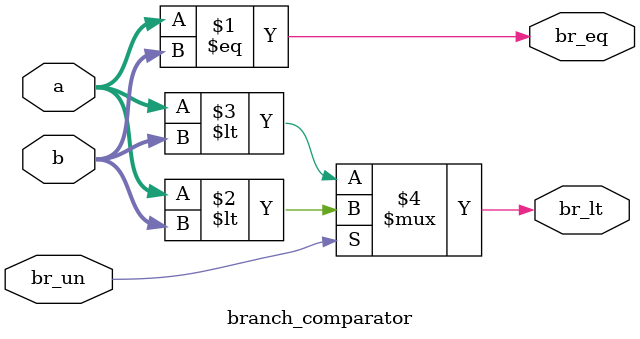
<source format=sv>
module branch_comparator #(
    parameter DWIDTH = 32
) (
    input [DWIDTH-1:0] a,
    input [DWIDTH-1:0] b,
    input br_un,
    output br_eq,
    output br_lt
);

  assign br_eq = (a == b);
  assign br_lt = (br_un) ? (a < b) : ($signed(a) < $signed(b));

endmodule

</source>
